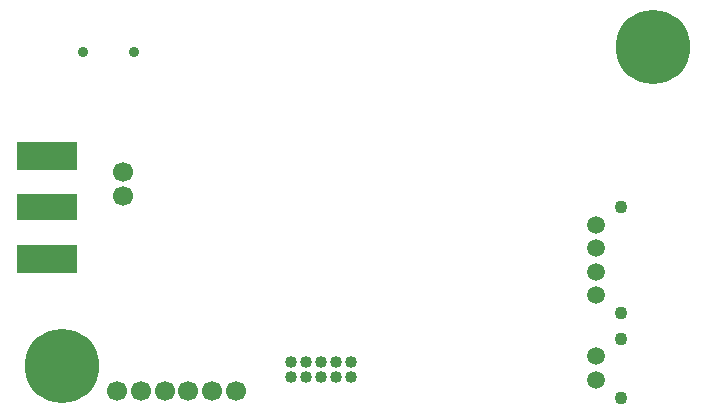
<source format=gbs>
G04 #@! TF.FileFunction,Soldermask,Bot*
%FSLAX46Y46*%
G04 Gerber Fmt 4.6, Leading zero omitted, Abs format (unit mm)*
G04 Created by KiCad (PCBNEW 4.0.1-stable) date 10/03/2016 22:19:41*
%MOMM*%
G01*
G04 APERTURE LIST*
%ADD10C,0.100000*%
%ADD11C,1.500000*%
%ADD12C,1.100000*%
%ADD13C,1.700000*%
%ADD14R,5.080000X2.286000*%
%ADD15R,5.080000X2.413000*%
%ADD16C,1.016000*%
%ADD17C,0.900000*%
%ADD18C,6.300000*%
%ADD19C,0.600000*%
G04 APERTURE END LIST*
D10*
D11*
X216200000Y-119050000D03*
X216200000Y-121050000D03*
X216200000Y-123050000D03*
X216200000Y-125050000D03*
D12*
X218300000Y-117550000D03*
X218300000Y-126550000D03*
D13*
X176175000Y-114600000D03*
X176175000Y-116600000D03*
X175675000Y-133100000D03*
X177675000Y-133100000D03*
X179675000Y-133100000D03*
X181675000Y-133100000D03*
X183675000Y-133100000D03*
X185675000Y-133100000D03*
D14*
X169700000Y-117600000D03*
D15*
X169700000Y-113218500D03*
X169700000Y-121981500D03*
D16*
X190380000Y-131970000D03*
X190380000Y-130700000D03*
X191650000Y-131970000D03*
X191650000Y-130700000D03*
X192920000Y-131970000D03*
X192920000Y-130700000D03*
X194190000Y-131970000D03*
X194190000Y-130700000D03*
X195460000Y-131970000D03*
X195460000Y-130700000D03*
D17*
X177120000Y-104435000D03*
X172720000Y-104435000D03*
D11*
X216200000Y-130200000D03*
X216200000Y-132200000D03*
D12*
X218300000Y-128700000D03*
X218300000Y-133700000D03*
D18*
X220990000Y-104000000D03*
D19*
X220990000Y-101500000D03*
X223490000Y-104000000D03*
X220990000Y-106500000D03*
X218490000Y-104000000D03*
X219190000Y-102200000D03*
X222790000Y-102200000D03*
X219190000Y-105800000D03*
X222790000Y-105800000D03*
D18*
X171000000Y-131000000D03*
D19*
X171000000Y-128500000D03*
X173500000Y-131000000D03*
X171000000Y-133500000D03*
X168500000Y-131000000D03*
X169200000Y-129200000D03*
X172800000Y-129200000D03*
X169200000Y-132800000D03*
X172800000Y-132800000D03*
M02*

</source>
